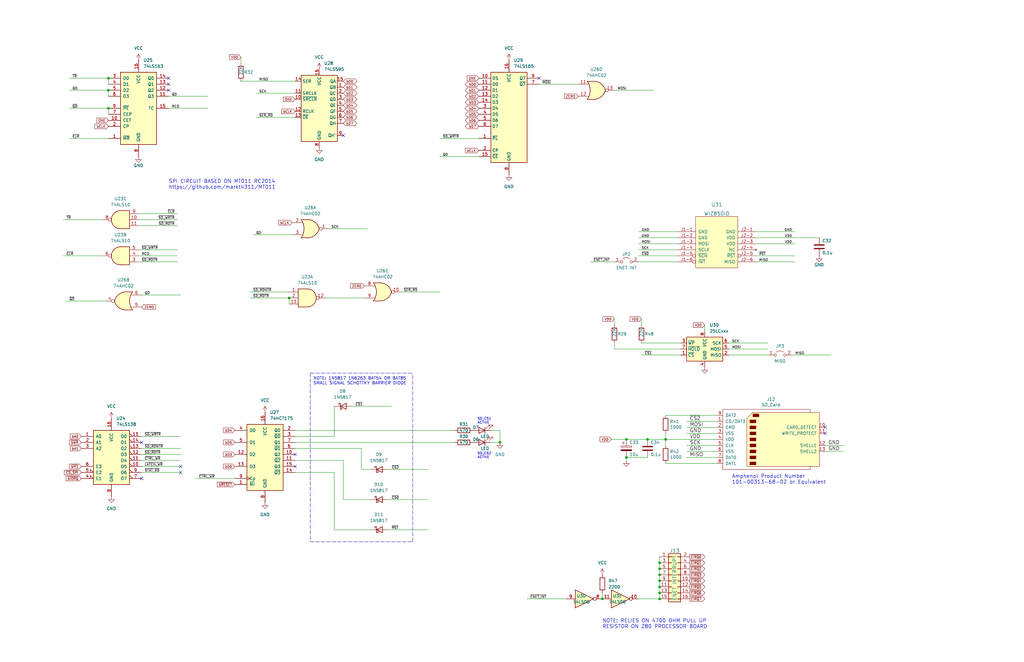
<source format=kicad_sch>
(kicad_sch (version 20211123) (generator eeschema)
  (paper "B")
  (lib_symbols
    (symbol "74xx:74HC02" (pin_names (offset 1.016))
      (property "Reference" "U" (at 0 1.27 0))
      (property "Value" "74HC02" (at 0 -1.27 0))
      (symbol "74HC02_1_1"
        (pin output inverted (at 7.62 0 180) (length 3.81) (name "~") (number "1"))
        (pin input line (at -7.62 2.54 0) (length 4.318) (name "~") (number "2"))
        (pin input line (at -7.62 -2.54 0) (length 4.318) (name "~") (number "3"))
      )
      (symbol "74HC02_1_2"
        (pin output line (at 7.62 0 180) (length 3.81) (name "~") (number "1"))
        (pin input inverted (at -7.62 2.54 0) (length 3.81) (name "~") (number "2"))
        (pin input inverted (at -7.62 -2.54 0) (length 3.81) (name "~") (number "3"))
      )
      (symbol "74HC02_2_1"
        (pin output inverted (at 7.62 0 180) (length 3.81) (name "~") (number "4"))
        (pin input line (at -7.62 2.54 0) (length 4.318) (name "~") (number "5"))
        (pin input line (at -7.62 -2.54 0) (length 4.318) (name "~") (number "6"))
      )
      (symbol "74HC02_2_2"
        (pin output line (at 7.62 0 180) (length 3.81) (name "~") (number "4"))
        (pin input inverted (at -7.62 2.54 0) (length 3.81) (name "~") (number "5"))
        (pin input inverted (at -7.62 -2.54 0) (length 3.81) (name "~") (number "6"))
      )
      (symbol "74HC02_3_1"
        (pin output inverted (at 7.62 0 180) (length 3.81) (name "~") (number "10"))
        (pin input line (at -7.62 2.54 0) (length 4.318) (name "~") (number "8"))
        (pin input line (at -7.62 -2.54 0) (length 4.318) (name "~") (number "9"))
      )
      (symbol "74HC02_3_2"
        (pin output line (at 7.62 0 180) (length 3.81) (name "~") (number "10"))
        (pin input inverted (at -7.62 2.54 0) (length 3.81) (name "~") (number "8"))
        (pin input inverted (at -7.62 -2.54 0) (length 3.81) (name "~") (number "9"))
      )
      (symbol "74HC02_4_1"
        (pin input line (at -7.62 2.54 0) (length 4.318) (name "~") (number "11"))
        (pin input line (at -7.62 -2.54 0) (length 4.318) (name "~") (number "12"))
        (pin output inverted (at 7.62 0 180) (length 3.81) (name "~") (number "13"))
      )
      (symbol "74HC02_4_2"
        (pin input inverted (at -7.62 2.54 0) (length 3.81) (name "~") (number "11"))
        (pin input inverted (at -7.62 -2.54 0) (length 3.81) (name "~") (number "12"))
        (pin output line (at 7.62 0 180) (length 3.81) (name "~") (number "13"))
      )
      (symbol "74HC02_5_0"
        (pin power_in line (at 0 12.7 270) (length 5.08) (name "VCC") (number "14"))
        (pin power_in line (at 0 -12.7 90) (length 5.08) (name "GND") (number "7"))
      )
    )
    (symbol "74xx:74LS06" (pin_names (offset 1.016))
      (property "Reference" "U" (at 0 1.27 0))
      (property "Value" "74LS06" (at 0 -1.27 0))
      (symbol "74LS06_1_0"
        (pin input line (at -7.62 0 0) (length 3.81) (name "~") (number "1"))
        (pin open_collector inverted (at 7.62 0 180) (length 3.81) (name "~") (number "2"))
      )
      (symbol "74LS06_2_0"
        (pin input line (at -7.62 0 0) (length 3.81) (name "~") (number "3"))
        (pin open_collector inverted (at 7.62 0 180) (length 3.81) (name "~") (number "4"))
      )
      (symbol "74LS06_3_0"
        (pin input line (at -7.62 0 0) (length 3.81) (name "~") (number "5"))
        (pin open_collector inverted (at 7.62 0 180) (length 3.81) (name "~") (number "6"))
      )
      (symbol "74LS06_4_0"
        (pin open_collector inverted (at 7.62 0 180) (length 3.81) (name "~") (number "8"))
        (pin input line (at -7.62 0 0) (length 3.81) (name "~") (number "9"))
      )
      (symbol "74LS06_5_0"
        (pin open_collector inverted (at 7.62 0 180) (length 3.81) (name "~") (number "10"))
        (pin input line (at -7.62 0 0) (length 3.81) (name "~") (number "11"))
      )
      (symbol "74LS06_6_0"
        (pin open_collector inverted (at 7.62 0 180) (length 3.81) (name "~") (number "12"))
        (pin input line (at -7.62 0 0) (length 3.81) (name "~") (number "13"))
      )
      (symbol "74LS06_7_0"
        (pin power_in line (at 0 12.7 270) (length 5.08) (name "VCC") (number "14"))
        (pin power_in line (at 0 -12.7 90) (length 5.08) (name "GND") (number "7"))
      )
    )
    (symbol "74xx:74LS10" (pin_names (offset 1.016))
      (property "Reference" "U" (at 0 1.27 0))
      (property "Value" "74LS10" (at 0 -1.27 0))
      (symbol "74LS10_1_1"
        (pin input line (at -7.62 2.54 0) (length 3.81) (name "~") (number "1"))
        (pin output inverted (at 7.62 0 180) (length 3.81) (name "~") (number "12"))
        (pin input line (at -7.62 -2.54 0) (length 3.81) (name "~") (number "13"))
        (pin input line (at -7.62 0 0) (length 3.81) (name "~") (number "2"))
      )
      (symbol "74LS10_1_2"
        (pin input inverted (at -7.62 2.54 0) (length 4.318) (name "~") (number "1"))
        (pin output line (at 7.62 0 180) (length 3.81) (name "~") (number "12"))
        (pin input inverted (at -7.62 -2.54 0) (length 4.318) (name "~") (number "13"))
        (pin input inverted (at -7.62 0 0) (length 4.953) (name "~") (number "2"))
      )
      (symbol "74LS10_2_1"
        (pin input line (at -7.62 2.54 0) (length 3.81) (name "~") (number "3"))
        (pin input line (at -7.62 0 0) (length 3.81) (name "~") (number "4"))
        (pin input line (at -7.62 -2.54 0) (length 3.81) (name "~") (number "5"))
        (pin output inverted (at 7.62 0 180) (length 3.81) (name "~") (number "6"))
      )
      (symbol "74LS10_2_2"
        (pin input inverted (at -7.62 2.54 0) (length 4.318) (name "~") (number "3"))
        (pin input inverted (at -7.62 0 0) (length 4.953) (name "~") (number "4"))
        (pin input inverted (at -7.62 -2.54 0) (length 4.318) (name "~") (number "5"))
        (pin output line (at 7.62 0 180) (length 3.81) (name "~") (number "6"))
      )
      (symbol "74LS10_3_1"
        (pin input line (at -7.62 0 0) (length 3.81) (name "~") (number "10"))
        (pin input line (at -7.62 -2.54 0) (length 3.81) (name "~") (number "11"))
        (pin output inverted (at 7.62 0 180) (length 3.81) (name "~") (number "8"))
        (pin input line (at -7.62 2.54 0) (length 3.81) (name "~") (number "9"))
      )
      (symbol "74LS10_3_2"
        (pin input inverted (at -7.62 0 0) (length 4.953) (name "~") (number "10"))
        (pin input inverted (at -7.62 -2.54 0) (length 4.318) (name "~") (number "11"))
        (pin output line (at 7.62 0 180) (length 3.81) (name "~") (number "8"))
        (pin input inverted (at -7.62 2.54 0) (length 4.318) (name "~") (number "9"))
      )
      (symbol "74LS10_4_0"
        (pin power_in line (at 0 12.7 270) (length 5.08) (name "VCC") (number "14"))
        (pin power_in line (at 0 -12.7 90) (length 5.08) (name "GND") (number "7"))
      )
    )
    (symbol "74xx:74LS138" (pin_names (offset 1.016))
      (property "Reference" "U" (at -7.62 11.43 0))
      (property "Value" "74LS138" (at -7.62 -13.97 0))
      (symbol "74LS138_1_0"
        (pin input line (at -12.7 7.62 0) (length 5.08) (name "A0") (number "1"))
        (pin output output_low (at 12.7 -5.08 180) (length 5.08) (name "O5") (number "10"))
        (pin output output_low (at 12.7 -2.54 180) (length 5.08) (name "O4") (number "11"))
        (pin output output_low (at 12.7 0 180) (length 5.08) (name "O3") (number "12"))
        (pin output output_low (at 12.7 2.54 180) (length 5.08) (name "O2") (number "13"))
        (pin output output_low (at 12.7 5.08 180) (length 5.08) (name "O1") (number "14"))
        (pin output output_low (at 12.7 7.62 180) (length 5.08) (name "O0") (number "15"))
        (pin power_in line (at 0 15.24 270) (length 5.08) (name "VCC") (number "16"))
        (pin input line (at -12.7 5.08 0) (length 5.08) (name "A1") (number "2"))
        (pin input line (at -12.7 2.54 0) (length 5.08) (name "A2") (number "3"))
        (pin input input_low (at -12.7 -10.16 0) (length 5.08) (name "E1") (number "4"))
        (pin input input_low (at -12.7 -7.62 0) (length 5.08) (name "E2") (number "5"))
        (pin input line (at -12.7 -5.08 0) (length 5.08) (name "E3") (number "6"))
        (pin output output_low (at 12.7 -10.16 180) (length 5.08) (name "O7") (number "7"))
        (pin power_in line (at 0 -17.78 90) (length 5.08) (name "GND") (number "8"))
        (pin output output_low (at 12.7 -7.62 180) (length 5.08) (name "O6") (number "9"))
      )
    )
    (symbol "74xx:74LS163" (pin_names (offset 1.016))
      (property "Reference" "U" (at -7.62 16.51 0))
      (property "Value" "74LS163" (at -7.62 -16.51 0))
      (symbol "74LS163_1_0"
        (pin input line (at -12.7 -12.7 0) (length 5.08) (name "~{MR}") (number "1"))
        (pin input line (at -12.7 -5.08 0) (length 5.08) (name "CET") (number "10"))
        (pin output line (at 12.7 5.08 180) (length 5.08) (name "Q3") (number "11"))
        (pin output line (at 12.7 7.62 180) (length 5.08) (name "Q2") (number "12"))
        (pin output line (at 12.7 10.16 180) (length 5.08) (name "Q1") (number "13"))
        (pin output line (at 12.7 12.7 180) (length 5.08) (name "Q0") (number "14"))
        (pin output line (at 12.7 0 180) (length 5.08) (name "TC") (number "15"))
        (pin power_in line (at 0 20.32 270) (length 5.08) (name "VCC") (number "16"))
        (pin input line (at -12.7 -7.62 0) (length 5.08) (name "CP") (number "2"))
        (pin input line (at -12.7 12.7 0) (length 5.08) (name "D0") (number "3"))
        (pin input line (at -12.7 10.16 0) (length 5.08) (name "D1") (number "4"))
        (pin input line (at -12.7 7.62 0) (length 5.08) (name "D2") (number "5"))
        (pin input line (at -12.7 5.08 0) (length 5.08) (name "D3") (number "6"))
        (pin input line (at -12.7 -2.54 0) (length 5.08) (name "CEP") (number "7"))
        (pin power_in line (at 0 -20.32 90) (length 5.08) (name "GND") (number "8"))
        (pin input line (at -12.7 0 0) (length 5.08) (name "~{PE}") (number "9"))
      )
    )
    (symbol "74xx:74LS165"
      (property "Reference" "U" (at -7.62 19.05 0))
      (property "Value" "74LS165" (at -7.62 -21.59 0))
      (symbol "74LS165_1_0"
        (pin input line (at -12.7 -10.16 0) (length 5.08) (name "~{PL}") (number "1"))
        (pin input line (at -12.7 15.24 0) (length 5.08) (name "DS") (number "10"))
        (pin input line (at -12.7 12.7 0) (length 5.08) (name "D0") (number "11"))
        (pin input line (at -12.7 10.16 0) (length 5.08) (name "D1") (number "12"))
        (pin input line (at -12.7 7.62 0) (length 5.08) (name "D2") (number "13"))
        (pin input line (at -12.7 5.08 0) (length 5.08) (name "D3") (number "14"))
        (pin input line (at -12.7 -17.78 0) (length 5.08) (name "~{CE}") (number "15"))
        (pin power_in line (at 0 22.86 270) (length 5.08) (name "VCC") (number "16"))
        (pin input line (at -12.7 -15.24 0) (length 5.08) (name "CP") (number "2"))
        (pin input line (at -12.7 2.54 0) (length 5.08) (name "D4") (number "3"))
        (pin input line (at -12.7 0 0) (length 5.08) (name "D5") (number "4"))
        (pin input line (at -12.7 -2.54 0) (length 5.08) (name "D6") (number "5"))
        (pin input line (at -12.7 -5.08 0) (length 5.08) (name "D7") (number "6"))
        (pin output line (at 12.7 12.7 180) (length 5.08) (name "~{Q7}") (number "7"))
        (pin power_in line (at 0 -25.4 90) (length 5.08) (name "GND") (number "8"))
        (pin output line (at 12.7 15.24 180) (length 5.08) (name "Q7") (number "9"))
      )
    )
    (symbol "74xx:74LS175" (pin_names (offset 1.016))
      (property "Reference" "U" (at -7.62 13.97 0))
      (property "Value" "74LS175" (at -7.62 -16.51 0))
      (symbol "74LS175_1_0"
        (pin input line (at -12.7 -12.7 0) (length 5.08) (name "~{Mr}") (number "1"))
        (pin output line (at 12.7 0 180) (length 5.08) (name "Q2") (number "10"))
        (pin output line (at 12.7 -2.54 180) (length 5.08) (name "~{Q2}") (number "11"))
        (pin input line (at -12.7 0 0) (length 5.08) (name "D2") (number "12"))
        (pin input line (at -12.7 -5.08 0) (length 5.08) (name "D3") (number "13"))
        (pin output line (at 12.7 -7.62 180) (length 5.08) (name "~{Q3}") (number "14"))
        (pin output line (at 12.7 -5.08 180) (length 5.08) (name "Q3") (number "15"))
        (pin power_in line (at 0 17.78 270) (length 5.08) (name "VCC") (number "16"))
        (pin output line (at 12.7 10.16 180) (length 5.08) (name "Q0") (number "2"))
        (pin output line (at 12.7 7.62 180) (length 5.08) (name "~{Q0}") (number "3"))
        (pin input line (at -12.7 10.16 0) (length 5.08) (name "D0") (number "4"))
        (pin input line (at -12.7 5.08 0) (length 5.08) (name "D1") (number "5"))
        (pin output line (at 12.7 2.54 180) (length 5.08) (name "~{Q1}") (number "6"))
        (pin output line (at 12.7 5.08 180) (length 5.08) (name "Q1") (number "7"))
        (pin power_in line (at 0 -20.32 90) (length 5.08) (name "GND") (number "8"))
        (pin input clock (at -12.7 -10.16 0) (length 5.08) (name "Cp") (number "9"))
      )
    )
    (symbol "74xx:74LS595"
      (property "Reference" "U" (at -7.62 13.97 0))
      (property "Value" "74LS595" (at -7.62 -16.51 0))
      (symbol "74LS595_1_0"
        (pin tri_state line (at 10.16 7.62 180) (length 2.54) (name "QB") (number "1"))
        (pin input line (at -10.16 2.54 0) (length 2.54) (name "~{SRCLR}") (number "10"))
        (pin input line (at -10.16 5.08 0) (length 2.54) (name "SRCLK") (number "11"))
        (pin input line (at -10.16 -2.54 0) (length 2.54) (name "RCLK") (number "12"))
        (pin input line (at -10.16 -5.08 0) (length 2.54) (name "~{OE}") (number "13"))
        (pin input line (at -10.16 10.16 0) (length 2.54) (name "SER") (number "14"))
        (pin tri_state line (at 10.16 10.16 180) (length 2.54) (name "QA") (number "15"))
        (pin power_in line (at 0 15.24 270) (length 2.54) (name "VCC") (number "16"))
        (pin tri_state line (at 10.16 5.08 180) (length 2.54) (name "QC") (number "2"))
        (pin tri_state line (at 10.16 2.54 180) (length 2.54) (name "QD") (number "3"))
        (pin tri_state line (at 10.16 0 180) (length 2.54) (name "QE") (number "4"))
        (pin tri_state line (at 10.16 -2.54 180) (length 2.54) (name "QF") (number "5"))
        (pin tri_state line (at 10.16 -5.08 180) (length 2.54) (name "QG") (number "6"))
        (pin tri_state line (at 10.16 -7.62 180) (length 2.54) (name "QH") (number "7"))
        (pin power_in line (at 0 -17.78 90) (length 2.54) (name "GND") (number "8"))
        (pin output line (at 10.16 -12.7 180) (length 2.54) (name "QH'") (number "9"))
      )
    )
    (symbol "Connector:SD_Card" (pin_names (offset 1.016))
      (property "Reference" "J" (at -16.51 13.97 0))
      (property "Value" "SD_Card" (at 15.24 -13.97 0))
      (symbol "SD_Card_1_1"
        (pin input line (at -22.86 7.62 0) (length 2.54) (name "CD/DAT3") (number "1"))
        (pin input line (at 22.86 5.08 180) (length 2.54) (name "CARD_DETECT") (number "10"))
        (pin input line (at 22.86 2.54 180) (length 2.54) (name "WRITE_PROTECT") (number "11"))
        (pin input line (at 22.86 -2.54 180) (length 2.54) (name "SHELL1") (number "12"))
        (pin input line (at 22.86 -5.08 180) (length 2.54) (name "SHELL2") (number "13"))
        (pin input line (at -22.86 5.08 0) (length 2.54) (name "CMD") (number "2"))
        (pin power_in line (at -22.86 2.54 0) (length 2.54) (name "VSS") (number "3"))
        (pin power_in line (at -22.86 0 0) (length 2.54) (name "VDD") (number "4"))
        (pin input line (at -22.86 -2.54 0) (length 2.54) (name "CLK") (number "5"))
        (pin power_in line (at -22.86 -5.08 0) (length 2.54) (name "VSS") (number "6"))
        (pin input line (at -22.86 -7.62 0) (length 2.54) (name "DAT0") (number "7"))
        (pin input line (at -22.86 -10.16 0) (length 2.54) (name "DAT1") (number "8"))
        (pin input line (at -22.86 10.16 0) (length 2.54) (name "DAT2") (number "9"))
      )
    )
    (symbol "Connector_Generic:Conn_02x08_Odd_Even" (pin_names (offset 1.016) hide)
      (property "Reference" "J" (at 1.27 10.16 0))
      (property "Value" "Conn_02x08_Odd_Even" (at 1.27 -12.7 0))
      (symbol "Conn_02x08_Odd_Even_1_1"
        (pin passive line (at -5.08 7.62 0) (length 3.81) (name "Pin_1") (number "1"))
        (pin passive line (at 7.62 -2.54 180) (length 3.81) (name "Pin_10") (number "10"))
        (pin passive line (at -5.08 -5.08 0) (length 3.81) (name "Pin_11") (number "11"))
        (pin passive line (at 7.62 -5.08 180) (length 3.81) (name "Pin_12") (number "12"))
        (pin passive line (at -5.08 -7.62 0) (length 3.81) (name "Pin_13") (number "13"))
        (pin passive line (at 7.62 -7.62 180) (length 3.81) (name "Pin_14") (number "14"))
        (pin passive line (at -5.08 -10.16 0) (length 3.81) (name "Pin_15") (number "15"))
        (pin passive line (at 7.62 -10.16 180) (length 3.81) (name "Pin_16") (number "16"))
        (pin passive line (at 7.62 7.62 180) (length 3.81) (name "Pin_2") (number "2"))
        (pin passive line (at -5.08 5.08 0) (length 3.81) (name "Pin_3") (number "3"))
        (pin passive line (at 7.62 5.08 180) (length 3.81) (name "Pin_4") (number "4"))
        (pin passive line (at -5.08 2.54 0) (length 3.81) (name "Pin_5") (number "5"))
        (pin passive line (at 7.62 2.54 180) (length 3.81) (name "Pin_6") (number "6"))
        (pin passive line (at -5.08 0 0) (length 3.81) (name "Pin_7") (number "7"))
        (pin passive line (at 7.62 0 180) (length 3.81) (name "Pin_8") (number "8"))
        (pin passive line (at -5.08 -2.54 0) (length 3.81) (name "Pin_9") (number "9"))
      )
    )
    (symbol "Device:C" (pin_numbers hide) (pin_names (offset 0.254))
      (property "Reference" "C" (at 0.635 2.54 0))
      (property "Value" "C" (at 0.635 -2.54 0))
      (symbol "C_1_1"
        (pin passive line (at 0 3.81 270) (length 2.794) (name "~") (number "1"))
        (pin passive line (at 0 -3.81 90) (length 2.794) (name "~") (number "2"))
      )
    )
    (symbol "Device:C_Polarized" (pin_numbers hide) (pin_names (offset 0.254))
      (property "Reference" "C" (at 0.635 2.54 0))
      (property "Value" "C_Polarized" (at 0.635 -2.54 0))
      (symbol "C_Polarized_1_1"
        (pin passive line (at 0 3.81 270) (length 2.794) (name "~") (number "1"))
        (pin passive line (at 0 -3.81 90) (length 2.794) (name "~") (number "2"))
      )
    )
    (symbol "Device:LED" (pin_numbers hide) (pin_names (offset 1.016) hide)
      (property "Reference" "D" (at 0 2.54 0))
      (property "Value" "LED" (at 0 -2.54 0))
      (symbol "LED_1_1"
        (pin passive line (at -3.81 0 0) (length 2.54) (name "K") (number "1"))
        (pin passive line (at 3.81 0 180) (length 2.54) (name "A") (number "2"))
      )
    )
    (symbol "Device:R" (pin_numbers hide) (pin_names (offset 0))
      (property "Reference" "R" (at 2.032 0 90))
      (property "Value" "R" (at 0 0 90))
      (symbol "R_1_1"
        (pin passive line (at 0 3.81 270) (length 1.27) (name "~") (number "1"))
        (pin passive line (at 0 -3.81 90) (length 1.27) (name "~") (number "2"))
      )
    )
    (symbol "Diode:1N5817" (pin_numbers hide) (pin_names (offset 1.016) hide)
      (property "Reference" "D" (at 0 2.54 0))
      (property "Value" "1N5817" (at 0 -2.54 0))
      (symbol "1N5817_1_1"
        (pin passive line (at -3.81 0 0) (length 2.54) (name "K") (number "1"))
        (pin passive line (at 3.81 0 180) (length 2.54) (name "A") (number "2"))
      )
    )
    (symbol "Jumper:Jumper_2_Open" (pin_names (offset 0) hide)
      (property "Reference" "JP" (at 0 2.794 0))
      (property "Value" "Jumper_2_Open" (at 0 -2.286 0))
      (symbol "Jumper_2_Open_1_1"
        (pin passive line (at -5.08 0 0) (length 2.54) (name "A") (number "1"))
        (pin passive line (at 5.08 0 180) (length 2.54) (name "B") (number "2"))
      )
    )
    (symbol "Memory_EEPROM:25LCxxx"
      (property "Reference" "U" (at -7.62 6.35 0))
      (property "Value" "25LCxxx" (at 2.54 -6.35 0))
      (symbol "25LCxxx_1_1"
        (pin input line (at -10.16 -2.54 0) (length 2.54) (name "~{CS}") (number "1"))
        (pin tri_state line (at 10.16 -2.54 180) (length 2.54) (name "MISO") (number "2"))
        (pin input line (at -10.16 2.54 0) (length 2.54) (name "~{WP}") (number "3"))
        (pin power_in line (at 0 -7.62 90) (length 2.54) (name "GND") (number "4"))
        (pin input line (at 10.16 0 180) (length 2.54) (name "MOSI") (number "5"))
        (pin input line (at 10.16 2.54 180) (length 2.54) (name "SCK") (number "6"))
        (pin input line (at -10.16 0 0) (length 2.54) (name "~{HOLD}") (number "7"))
        (pin power_in line (at 0 7.62 270) (length 2.54) (name "VCC") (number "8"))
      )
    )
    (symbol "WIZ850IO:WIZ850IO" (pin_names (offset 1.016))
      (property "Reference" "U" (at 0 7.62 0))
      (property "Value" "WIZ850IO" (at 0 15.24 0))
      (symbol "WIZ850IO_1_1"
        (pin power_in line (at -16.51 11.43 0) (length 7.62) (name "GND") (number "J1-1"))
        (pin power_in line (at -16.51 8.89 0) (length 7.62) (name "GND") (number "J1-2"))
        (pin input line (at -16.51 6.35 0) (length 7.62) (name "MOSI") (number "J1-3"))
        (pin input line (at -16.51 3.81 0) (length 7.62) (name "SCLK") (number "J1-4"))
        (pin input inverted (at -16.51 1.27 0) (length 7.62) (name "~{SCN}") (number "J1-5"))
        (pin output inverted (at -16.51 -1.27 0) (length 7.62) (name "~{INT}") (number "J1-6"))
        (pin power_in line (at 16.51 11.43 180) (length 7.62) (name "GND") (number "J2-1"))
        (pin power_in line (at 16.51 8.89 180) (length 7.62) (name "VDD") (number "J2-2"))
        (pin power_in line (at 16.51 6.35 180) (length 7.62) (name "VDD") (number "J2-3"))
        (pin no_connect line (at 16.51 3.81 180) (length 7.62) (name "NC") (number "J2-4"))
        (pin input inverted (at 16.51 1.27 180) (length 7.62) (name "~{RST}") (number "J2-5"))
        (pin output line (at 16.51 -1.27 180) (length 7.62) (name "MISO") (number "J2-6"))
      )
    )
    (symbol "power:GND" (power) (pin_names (offset 0))
      (property "Value" "GND" (at 0 -3.81 0))
      (symbol "GND_1_1"
        (pin power_in line (at 0 0 270) (length 0) hide (name "GND") (number "1"))
      )
    )
    (symbol "power:VCC" (power) (pin_names (offset 0))
      (property "Value" "VCC" (at 0 3.81 0))
      (symbol "VCC_1_1"
        (pin power_in line (at 0 0 90) (length 0) hide (name "VCC") (number "1"))
      )
    )
  )
  (junction (at 278.13 252.73))
  (junction (at 45.72 38.1))
  (junction (at 278.13 250.19))
  (junction (at 278.13 247.65))
  (junction (at 278.13 237.49))
  (junction (at 278.13 242.57))
  (junction (at 273.05 185.42))
  (junction (at 45.72 33.02))
  (junction (at 121.92 125.73))
  (junction (at 45.72 45.72))
  (junction (at 278.13 245.11))
  (junction (at 280.67 185.42))
  (junction (at 264.16 185.42))
  (junction (at 264.16 193.04))
  (junction (at 254 252.73))
  (junction (at 210.82 186.69))
  (junction (at 278.13 240.03))
  (no_connect (at 144.78 57.15))
  (no_connect (at 59.69 186.69))
  (no_connect (at 76.2 199.39))
  (no_connect (at 71.12 38.1))
  (no_connect (at 227.33 33.02))
  (no_connect (at 71.12 33.02))
  (no_connect (at 347.98 182.88))
  (no_connect (at 124.46 191.77))
  (no_connect (at 347.98 180.34))
  (no_connect (at 59.69 201.93))
  (no_connect (at 71.12 35.56))
  (no_connect (at 124.46 196.85))
  (no_connect (at 76.2 196.85))
  (wire (pts (xy 302.26 187.96) (xy 289.56 187.96)))
  (wire (pts (xy 280.67 175.26) (xy 302.26 175.26)))
  (wire (pts (xy 59.69 199.39) (xy 76.2 199.39)))
  (wire (pts (xy 302.26 190.5) (xy 289.56 190.5)))
  (wire (pts (xy 58.42 107.95) (xy 74.93 107.95)))
  (wire (pts (xy 269.24 107.95) (xy 285.75 107.95)))
  (wire (pts (xy 124.46 199.39) (xy 140.97 199.39)))
  (wire (pts (xy 335.28 102.87) (xy 318.77 102.87)))
  (wire (pts (xy 71.12 45.72) (xy 87.63 45.72)))
  (wire (pts (xy 71.12 40.64) (xy 87.63 40.64)))
  (wire (pts (xy 144.78 210.82) (xy 156.21 210.82)))
  (wire (pts (xy 254 250.19) (xy 254 252.73)))
  (wire (pts (xy 58.42 105.41) (xy 74.93 105.41)))
  (wire (pts (xy 101.6 24.13) (xy 101.6 26.67)))
  (wire (pts (xy 259.08 147.32) (xy 287.02 147.32)))
  (wire (pts (xy 152.4 189.23) (xy 152.4 198.12)))
  (wire (pts (xy 273.05 185.42) (xy 280.67 185.42)))
  (wire (pts (xy 302.26 182.88) (xy 289.56 182.88)))
  (wire (pts (xy 138.43 96.52) (xy 154.94 96.52)))
  (wire (pts (xy 307.34 144.78) (xy 323.85 144.78)))
  (wire (pts (xy 335.28 97.79) (xy 318.77 97.79)))
  (wire (pts (xy 140.97 223.52) (xy 156.21 223.52)))
  (wire (pts (xy 302.26 180.34) (xy 289.56 180.34)))
  (polyline (pts (xy 130.81 157.48) (xy 130.81 228.6)))
  (wire (pts (xy 59.69 184.15) (xy 76.2 184.15)))
  (wire (pts (xy 43.18 92.71) (xy 26.67 92.71)))
  (wire (pts (xy 207.01 186.69) (xy 210.82 186.69)))
  (wire (pts (xy 163.83 210.82) (xy 180.34 210.82)))
  (wire (pts (xy 318.77 110.49) (xy 335.28 110.49)))
  (wire (pts (xy 280.67 185.42) (xy 280.67 187.96)))
  (wire (pts (xy 280.67 195.58) (xy 302.26 195.58)))
  (wire (pts (xy 124.46 181.61) (xy 191.77 181.61)))
  (wire (pts (xy 59.69 124.46) (xy 76.2 124.46)))
  (wire (pts (xy 59.69 189.23) (xy 76.2 189.23)))
  (wire (pts (xy 270.51 134.62) (xy 270.51 137.16)))
  (polyline (pts (xy 130.81 157.48) (xy 173.99 157.48)))
  (wire (pts (xy 257.81 185.42) (xy 264.16 185.42)))
  (wire (pts (xy 26.67 107.95) (xy 43.18 107.95)))
  (wire (pts (xy 259.08 38.1) (xy 275.59 38.1)))
  (wire (pts (xy 124.46 186.69) (xy 191.77 186.69)))
  (wire (pts (xy 137.16 125.73) (xy 153.67 125.73)))
  (wire (pts (xy 105.41 123.19) (xy 121.92 123.19)))
  (wire (pts (xy 318.77 100.33) (xy 345.44 100.33)))
  (wire (pts (xy 297.18 137.16) (xy 297.18 139.7)))
  (wire (pts (xy 74.93 92.71) (xy 58.42 92.71)))
  (wire (pts (xy 355.6 190.5) (xy 347.98 190.5)))
  (wire (pts (xy 59.69 194.31) (xy 76.2 194.31)))
  (wire (pts (xy 278.13 242.57) (xy 278.13 240.03)))
  (wire (pts (xy 269.24 100.33) (xy 285.75 100.33)))
  (wire (pts (xy 45.72 33.02) (xy 45.72 35.56)))
  (wire (pts (xy 168.91 123.19) (xy 185.42 123.19)))
  (wire (pts (xy 185.42 66.04) (xy 201.93 66.04)))
  (wire (pts (xy 355.6 187.96) (xy 347.98 187.96)))
  (wire (pts (xy 259.08 144.78) (xy 259.08 147.32)))
  (wire (pts (xy 124.46 184.15) (xy 140.97 184.15)))
  (wire (pts (xy 280.67 185.42) (xy 280.67 182.88)))
  (wire (pts (xy 163.83 198.12) (xy 180.34 198.12)))
  (wire (pts (xy 59.69 191.77) (xy 76.2 191.77)))
  (wire (pts (xy 334.01 149.86) (xy 350.52 149.86)))
  (wire (pts (xy 278.13 252.73) (xy 278.13 250.19)))
  (wire (pts (xy 269.24 105.41) (xy 285.75 105.41)))
  (wire (pts (xy 318.77 107.95) (xy 335.28 107.95)))
  (wire (pts (xy 307.34 149.86) (xy 323.85 149.86)))
  (wire (pts (xy 29.21 45.72) (xy 45.72 45.72)))
  (wire (pts (xy 278.13 237.49) (xy 278.13 234.95)))
  (wire (pts (xy 278.13 245.11) (xy 278.13 242.57)))
  (wire (pts (xy 148.59 171.45) (xy 165.1 171.45)))
  (wire (pts (xy 269.24 97.79) (xy 285.75 97.79)))
  (wire (pts (xy 302.26 193.04) (xy 289.56 193.04)))
  (wire (pts (xy 29.21 33.02) (xy 45.72 33.02)))
  (wire (pts (xy 27.94 127) (xy 44.45 127)))
  (wire (pts (xy 269.24 102.87) (xy 285.75 102.87)))
  (wire (pts (xy 264.16 185.42) (xy 273.05 185.42)))
  (wire (pts (xy 74.93 95.25) (xy 58.42 95.25)))
  (wire (pts (xy 45.72 45.72) (xy 45.72 48.26)))
  (wire (pts (xy 121.92 125.73) (xy 121.92 128.27)))
  (wire (pts (xy 307.34 147.32) (xy 323.85 147.32)))
  (wire (pts (xy 302.26 177.8) (xy 289.56 177.8)))
  (wire (pts (xy 59.69 196.85) (xy 76.2 196.85)))
  (wire (pts (xy 124.46 189.23) (xy 152.4 189.23)))
  (wire (pts (xy 45.72 38.1) (xy 45.72 40.64)))
  (wire (pts (xy 58.42 110.49) (xy 74.93 110.49)))
  (wire (pts (xy 101.6 34.29) (xy 124.46 34.29)))
  (polyline (pts (xy 173.99 228.6) (xy 173.99 157.48)))
  (wire (pts (xy 163.83 223.52) (xy 180.34 223.52)))
  (wire (pts (xy 144.78 194.31) (xy 144.78 210.82)))
  (wire (pts (xy 270.51 149.86) (xy 287.02 149.86)))
  (wire (pts (xy 107.95 39.37) (xy 124.46 39.37)))
  (wire (pts (xy 259.08 134.62) (xy 259.08 137.16)))
  (wire (pts (xy 152.4 198.12) (xy 156.21 198.12)))
  (wire (pts (xy 185.42 58.42) (xy 201.93 58.42)))
  (wire (pts (xy 269.24 110.49) (xy 285.75 110.49)))
  (wire (pts (xy 82.55 201.93) (xy 99.06 201.93)))
  (wire (pts (xy 270.51 144.78) (xy 287.02 144.78)))
  (wire (pts (xy 278.13 247.65) (xy 278.13 245.11)))
  (wire (pts (xy 107.95 49.53) (xy 124.46 49.53)))
  (wire (pts (xy 269.24 252.73) (xy 278.13 252.73)))
  (wire (pts (xy 210.82 181.61) (xy 210.82 186.69)))
  (wire (pts (xy 74.93 90.17) (xy 58.42 90.17)))
  (wire (pts (xy 140.97 171.45) (xy 140.97 184.15)))
  (wire (pts (xy 278.13 240.03) (xy 278.13 237.49)))
  (wire (pts (xy 207.01 181.61) (xy 210.82 181.61)))
  (wire (pts (xy 29.21 58.42) (xy 45.72 58.42)))
  (wire (pts (xy 264.16 193.04) (xy 273.05 193.04)))
  (wire (pts (xy 140.97 199.39) (xy 140.97 223.52)))
  (wire (pts (xy 248.92 110.49) (xy 259.08 110.49)))
  (polyline (pts (xy 130.81 228.6) (xy 173.99 228.6)))
  (wire (pts (xy 227.33 35.56) (xy 243.84 35.56)))
  (wire (pts (xy 29.21 38.1) (xy 45.72 38.1)))
  (wire (pts (xy 278.13 250.19) (xy 278.13 247.65)))
  (wire (pts (xy 124.46 194.31) (xy 144.78 194.31)))
  (wire (pts (xy 222.25 252.73) (xy 238.76 252.73)))
  (wire (pts (xy 264.16 194.31) (xy 264.16 193.04)))
  (wire (pts (xy 105.41 125.73) (xy 121.92 125.73)))
  (wire (pts (xy 106.68 99.06) (xy 123.19 99.06)))
  (wire (pts (xy 302.26 185.42) (xy 280.67 185.42)))
  (text "SD_CS1\nACTIVE" (at 201.295 179.07 0) (effects (font (size 1.016 1.016)) (justify left bottom)))
  (text "Amphenol Product Number \n101-00313-68-02 or Equivalent" (at 308.61 204.47 0) (effects (font (size 1.524 1.524)) (justify left bottom)))
  (text "NOTE: RELIES ON 4700 OHM PULL UP\nRESISTOR ON Z80 PROCESSOR BOARD" (at 254 265.43 0) (effects (font (size 1.524 1.524)) (justify left bottom)))
  (text "SD_CS2\nACTIVE" (at 201.295 193.675 0) (effects (font (size 1.016 1.016)) (justify left bottom)))
  (text "NOTE: 1N5817 1N6263 BAT54 OR BAT85\nSMALL SIGNAL SCHOTTKY BARRIER DIODE" (at 132.08 162.56 0) (effects (font (size 1.27 1.27)) (justify left bottom)))
  (text "SPI CIRCUIT BASED ON MT011 RC2014\nhttps://github.com/markt4311/MT011" (at 71.12 80.01 0) (effects (font (size 1.524 1.524)) (justify left bottom)))
  (label "~{STAT_RD}" (at 60.96 199.39 0) (effects (font (size 1.016 1.016))))
  (label "SCK" (at 290.83 187.96 0) (effects (font (size 1.524 1.524))))
  (label "~{QD}" (at 29.21 127 0) (effects (font (size 1.016 1.016))))
  (label "RCO" (at 59.69 107.95 0) (effects (font (size 1.016 1.016))))
  (label "MISO" (at 109.22 34.29 0) (effects (font (size 1.016 1.016))))
  (label "~{SD_RDNTR}" (at 60.96 189.23 0) (effects (font (size 1.016 1.016))))
  (label "VDD" (at 334.01 102.87 180) (effects (font (size 1.016 1.016))))
  (label "~{RST}" (at 165.1 223.52 0) (effects (font (size 1.016 1.016))))
  (label "GND" (at 349.25 190.5 0) (effects (font (size 1.524 1.524))))
  (label "MOSI" (at 260.35 38.1 0) (effects (font (size 1.016 1.016))))
  (label "SCK" (at 139.7 96.52 0) (effects (font (size 1.016 1.016))))
  (label "SCK" (at 109.22 39.37 0) (effects (font (size 1.016 1.016))))
  (label "GND" (at 334.01 97.79 180) (effects (font (size 1.016 1.016))))
  (label "~{CS1}" (at 271.78 149.86 0) (effects (font (size 1.016 1.016))))
  (label "~{CS0}" (at 165.1 210.82 0) (effects (font (size 1.016 1.016))))
  (label "MOSI" (at 308.61 147.32 0) (effects (font (size 1.016 1.016))))
  (label "~{SD_WRTR}" (at 73.66 92.71 180) (effects (font (size 1.016 1.016))))
  (label "~{CS2}" (at 165.1 198.12 0) (effects (font (size 1.016 1.016))))
  (label "~{ENET_INT}" (at 250.19 110.49 0) (effects (font (size 1.016 1.016))))
  (label "QD" (at 186.69 66.04 0) (effects (font (size 1.016 1.016))))
  (label "~{MOSI}" (at 228.6 35.56 0) (effects (font (size 1.016 1.016))))
  (label "SCK" (at 270.51 105.41 0) (effects (font (size 1.016 1.016))))
  (label "GND" (at 270.51 97.79 0) (effects (font (size 1.016 1.016))))
  (label "QD" (at 72.39 40.64 0) (effects (font (size 1.016 1.016))))
  (label "~{SD_WRTR}" (at 59.69 105.41 0) (effects (font (size 1.016 1.016))))
  (label "~{SD_RDTR}" (at 60.96 191.77 0) (effects (font (size 1.016 1.016))))
  (label "~{SD_WRTR}" (at 186.69 58.42 0) (effects (font (size 1.016 1.016))))
  (label "GND" (at 290.83 190.5 0) (effects (font (size 1.524 1.524))))
  (label "~{TR}" (at 30.48 33.02 0) (effects (font (size 1.016 1.016))))
  (label "QD" (at 30.48 38.1 0) (effects (font (size 1.016 1.016))))
  (label "~{CLR}" (at 73.66 90.17 180) (effects (font (size 1.016 1.016))))
  (label "~{ENET_INT}" (at 223.52 252.73 0) (effects (font (size 1.016 1.016))))
  (label "~{SD_RDTR}" (at 59.69 110.49 0) (effects (font (size 1.016 1.016))))
  (label "MOSI" (at 290.83 180.34 0) (effects (font (size 1.524 1.524))))
  (label "MISO" (at 320.04 110.49 0) (effects (font (size 1.016 1.016))))
  (label "QD" (at 60.96 124.46 0) (effects (font (size 1.016 1.016))))
  (label "SCK" (at 308.61 144.78 0) (effects (font (size 1.016 1.016))))
  (label "~{CS0}" (at 270.51 107.95 0) (effects (font (size 1.016 1.016))))
  (label "~{RST}" (at 320.04 107.95 0) (effects (font (size 1.016 1.016))))
  (label "~{SD_RDTR}" (at 106.68 125.73 0) (effects (font (size 1.016 1.016))))
  (label "VDD" (at 290.83 185.42 0) (effects (font (size 1.524 1.524))))
  (label "GND" (at 290.83 182.88 0) (effects (font (size 1.524 1.524))))
  (label "~{SER_RD}" (at 170.18 123.19 0) (effects (font (size 1.016 1.016))))
  (label "~{SER_RD}" (at 109.22 49.53 0) (effects (font (size 1.016 1.016))))
  (label "~{CLR}" (at 30.48 58.42 0) (effects (font (size 1.016 1.016))))
  (label "~{SD_WRTR}" (at 60.96 184.15 0) (effects (font (size 1.016 1.016))))
  (label "VDD" (at 334.01 100.33 180) (effects (font (size 1.016 1.016))))
  (label "~{LATCH_WR}" (at 60.96 196.85 0) (effects (font (size 1.016 1.016))))
  (label "~{CLR}" (at 27.94 107.95 0) (effects (font (size 1.016 1.016))))
  (label "~{CTRL_WR}" (at 60.96 194.31 0) (effects (font (size 1.016 1.016))))
  (label "RCO" (at 72.39 45.72 0) (effects (font (size 1.016 1.016))))
  (label "~{SD_RDNTR}" (at 106.68 123.19 0) (effects (font (size 1.016 1.016))))
  (label "MOSI" (at 270.51 102.87 0) (effects (font (size 1.016 1.016))))
  (label "~{QD}" (at 30.48 45.72 0) (effects (font (size 1.016 1.016))))
  (label "~{TR}" (at 27.94 92.71 0) (effects (font (size 1.016 1.016))))
  (label "GND" (at 349.25 187.96 0) (effects (font (size 1.524 1.524))))
  (label "~{CS1}" (at 149.86 171.45 0) (effects (font (size 1.016 1.016))))
  (label "QD" (at 107.95 99.06 0) (effects (font (size 1.016 1.016))))
  (label "GND" (at 270.51 100.33 0) (effects (font (size 1.016 1.016))))
  (label "~{CTRL_WR}" (at 83.82 201.93 0) (effects (font (size 1.016 1.016))))
  (label "~{SD_RDTR}" (at 73.66 95.25 180) (effects (font (size 1.016 1.016))))
  (label "MISO" (at 335.28 149.86 0) (effects (font (size 1.016 1.016))))
  (label "~{CS2}" (at 290.83 177.8 0) (effects (font (size 1.524 1.524))))
  (label "MISO" (at 290.83 193.04 0) (effects (font (size 1.524 1.524))))
  (global_label "~{CS_SPI}" (shape input) (at 34.29 199.39 180) (effects (font (size 1.016 1.016))) (property "Intersheet References" "${INTERSHEET_REFS}" (effects hide)))
  (global_label "~{EIRQ1}" (shape output) (at 290.83 237.49 0) (effects (font (size 1.016 1.016))) (property "Intersheet References" "${INTERSHEET_REFS}" (effects hide)))
  (global_label "bD5" (shape bidirectional) (at 144.78 46.99 0) (effects (font (size 1.016 1.016))) (property "Intersheet References" "${INTERSHEET_REFS}" (effects hide)))
  (global_label "~{EIRQ3}" (shape output) (at 290.83 242.57 0) (effects (font (size 1.016 1.016))) (property "Intersheet References" "${INTERSHEET_REFS}" (effects hide)))
  (global_label "VDD" (shape input) (at 297.18 137.16 180) (effects (font (size 1.016 1.016))) (property "Intersheet References" "${INTERSHEET_REFS}" (effects hide)))
  (global_label "~{EIRQ5}" (shape output) (at 290.83 247.65 0) (effects (font (size 1.016 1.016))) (property "Intersheet References" "${INTERSHEET_REFS}" (effects hide)))
  (global_label "~{bIORQ}" (shape input) (at 34.29 201.93 180) (effects (font (size 1.016 1.016))) (property "Intersheet References" "${INTERSHEET_REFS}" (effects hide)))
  (global_label "ONE" (shape input) (at 124.46 41.91 180) (effects (font (size 1.016 1.016))) (property "Intersheet References" "${INTERSHEET_REFS}" (effects hide)))
  (global_label "bD4" (shape bidirectional) (at 144.78 44.45 0) (effects (font (size 1.016 1.016))) (property "Intersheet References" "${INTERSHEET_REFS}" (effects hide)))
  (global_label "bD3" (shape bidirectional) (at 144.78 41.91 0) (effects (font (size 1.016 1.016))) (property "Intersheet References" "${INTERSHEET_REFS}" (effects hide)))
  (global_label "bD0" (shape bidirectional) (at 201.93 35.56 180) (effects (font (size 1.016 1.016))) (property "Intersheet References" "${INTERSHEET_REFS}" (effects hide)))
  (global_label "VDD" (shape input) (at 101.6 24.13 180) (effects (font (size 1.016 1.016))) (property "Intersheet References" "${INTERSHEET_REFS}" (effects hide)))
  (global_label "bD6" (shape bidirectional) (at 144.78 49.53 0) (effects (font (size 1.016 1.016))) (property "Intersheet References" "${INTERSHEET_REFS}" (effects hide)))
  (global_label "bD5" (shape input) (at 99.06 186.69 180) (effects (font (size 1.016 1.016))) (property "Intersheet References" "${INTERSHEET_REFS}" (effects hide)))
  (global_label "~{EIRQ4}" (shape output) (at 290.83 245.11 0) (effects (font (size 1.016 1.016))) (property "Intersheet References" "${INTERSHEET_REFS}" (effects hide)))
  (global_label "~{bM1}" (shape input) (at 34.29 196.85 180) (effects (font (size 1.016 1.016))) (property "Intersheet References" "${INTERSHEET_REFS}" (effects hide)))
  (global_label "~{EIRQ7}" (shape output) (at 290.83 252.73 0) (effects (font (size 1.016 1.016))) (property "Intersheet References" "${INTERSHEET_REFS}" (effects hide)))
  (global_label "bD2" (shape bidirectional) (at 144.78 39.37 0) (effects (font (size 1.016 1.016))) (property "Intersheet References" "${INTERSHEET_REFS}" (effects hide)))
  (global_label "~{EIRQ0}" (shape output) (at 290.83 234.95 0) (effects (font (size 1.016 1.016))) (property "Intersheet References" "${INTERSHEET_REFS}" (effects hide)))
  (global_label "bD2" (shape bidirectional) (at 201.93 40.64 180) (effects (font (size 1.016 1.016))) (property "Intersheet References" "${INTERSHEET_REFS}" (effects hide)))
  (global_label "~{bRESET}" (shape input) (at 99.06 204.47 180) (effects (font (size 1.016 1.016))) (property "Intersheet References" "${INTERSHEET_REFS}" (effects hide)))
  (global_label "~{EIRQ6}" (shape output) (at 290.83 250.19 0) (effects (font (size 1.016 1.016))) (property "Intersheet References" "${INTERSHEET_REFS}" (effects hide)))
  (global_label "VDD" (shape input) (at 270.51 134.62 180) (effects (font (size 1.016 1.016))) (property "Intersheet References" "${INTERSHEET_REFS}" (effects hide)))
  (global_label "~{bWR}" (shape input) (at 34.29 186.69 180) (effects (font (size 1.016 1.016))) (property "Intersheet References" "${INTERSHEET_REFS}" (effects hide)))
  (global_label "ZERO" (shape input) (at 59.69 129.54 0) (effects (font (size 1.016 1.016))) (property "Intersheet References" "${INTERSHEET_REFS}" (effects hide)))
  (global_label "bCLK" (shape input) (at 123.19 93.98 180) (effects (font (size 1.016 1.016))) (property "Intersheet References" "${INTERSHEET_REFS}" (effects hide)))
  (global_label "bD7" (shape bidirectional) (at 201.93 53.34 180) (effects (font (size 1.016 1.016))) (property "Intersheet References" "${INTERSHEET_REFS}" (effects hide)))
  (global_label "ONE" (shape input) (at 45.72 50.8 180) (effects (font (size 1.016 1.016))) (property "Intersheet References" "${INTERSHEET_REFS}" (effects hide)))
  (global_label "bD3" (shape bidirectional) (at 201.93 43.18 180) (effects (font (size 1.016 1.016))) (property "Intersheet References" "${INTERSHEET_REFS}" (effects hide)))
  (global_label "ZERO" (shape input) (at 243.84 40.64 180) (effects (font (size 1.016 1.016))) (property "Intersheet References" "${INTERSHEET_REFS}" (effects hide)))
  (global_label "ONE" (shape input) (at 201.93 33.02 180) (effects (font (size 1.016 1.016))) (property "Intersheet References" "${INTERSHEET_REFS}" (effects hide)))
  (global_label "bCLK" (shape input) (at 124.46 46.99 180) (effects (font (size 1.016 1.016))) (property "Intersheet References" "${INTERSHEET_REFS}" (effects hide)))
  (global_label "bD4" (shape bidirectional) (at 201.93 45.72 180) (effects (font (size 1.016 1.016))) (property "Intersheet References" "${INTERSHEET_REFS}" (effects hide)))
  (global_label "bD3" (shape input) (at 99.06 191.77 180) (effects (font (size 1.016 1.016))) (property "Intersheet References" "${INTERSHEET_REFS}" (effects hide)))
  (global_label "ZERO" (shape input) (at 153.67 120.65 180) (effects (font (size 1.016 1.016))) (property "Intersheet References" "${INTERSHEET_REFS}" (effects hide)))
  (global_label "bD6" (shape bidirectional) (at 201.93 50.8 180) (effects (font (size 1.016 1.016))) (property "Intersheet References" "${INTERSHEET_REFS}" (effects hide)))
  (global_label "~{EIRQ2}" (shape output) (at 290.83 240.03 0) (effects (font (size 1.016 1.016))) (property "Intersheet References" "${INTERSHEET_REFS}" (effects hide)))
  (global_label "bD0" (shape bidirectional) (at 144.78 34.29 0) (effects (font (size 1.016 1.016))) (property "Intersheet References" "${INTERSHEET_REFS}" (effects hide)))
  (global_label "bD5" (shape bidirectional) (at 201.93 48.26 180) (effects (font (size 1.016 1.016))) (property "Intersheet References" "${INTERSHEET_REFS}" (effects hide)))
  (global_label "bCLK" (shape input) (at 201.93 63.5 180) (effects (font (size 1.016 1.016))) (property "Intersheet References" "${INTERSHEET_REFS}" (effects hide)))
  (global_label "bD7" (shape bidirectional) (at 144.78 52.07 0) (effects (font (size 1.016 1.016))) (property "Intersheet References" "${INTERSHEET_REFS}" (effects hide)))
  (global_label "VDD" (shape input) (at 257.81 185.42 180) (effects (font (size 1.016 1.016))) (property "Intersheet References" "${INTERSHEET_REFS}" (effects hide)))
  (global_label "VDD" (shape input) (at 259.08 134.62 180) (effects (font (size 1.016 1.016))) (property "Intersheet References" "${INTERSHEET_REFS}" (effects hide)))
  (global_label "bA1" (shape input) (at 34.29 189.23 180) (effects (font (size 1.016 1.016))) (property "Intersheet References" "${INTERSHEET_REFS}" (effects hide)))
  (global_label "bD0" (shape input) (at 99.06 196.85 180) (effects (font (size 1.016 1.016))) (property "Intersheet References" "${INTERSHEET_REFS}" (effects hide)))
  (global_label "bD1" (shape bidirectional) (at 144.78 36.83 0) (effects (font (size 1.016 1.016))) (property "Intersheet References" "${INTERSHEET_REFS}" (effects hide)))
  (global_label "bA0" (shape input) (at 34.29 184.15 180) (effects (font (size 1.016 1.016))) (property "Intersheet References" "${INTERSHEET_REFS}" (effects hide)))
  (global_label "bD4" (shape input) (at 99.06 181.61 180) (effects (font (size 1.016 1.016))) (property "Intersheet References" "${INTERSHEET_REFS}" (effects hide)))
  (global_label "bCLK" (shape input) (at 45.72 53.34 180) (effects (font (size 1.016 1.016))) (property "Intersheet References" "${INTERSHEET_REFS}" (effects hide)))
  (global_label "bD1" (shape bidirectional) (at 201.93 38.1 180) (effects (font (size 1.016 1.016))) (property "Intersheet References" "${INTERSHEET_REFS}" (effects hide)))
  (symbol (lib_id "74xx:74LS163") (at 58.42 45.72 0) (unit 1)
    (property "Reference" "U25" (at 60.4394 25.4 0) (effects (justify left)))
    (property "Value" "74LS163" (at 60.4394 27.94 0) (effects (justify left)))
    (property "Footprint" "Package_DIP:DIP-16_W7.62mm" (effects hide))
    (property "Datasheet" "http://www.ti.com/lit/gpn/sn74LS163" (effects hide))
  )
  (symbol (lib_id "power:GND") (at 264.16 194.31 0) (unit 1)
    (property "Reference" "#PWR081" (effects hide))
    (property "Value" "GND" (effects hide))
  )
  (symbol (lib_id "power:GND") (at 210.82 186.69 0) (unit 1)
    (property "Reference" "#PWR068" (effects hide))
    (property "Value" "GND" (at 210.82 191.77 0))
  )
  (symbol (lib_id "Device:R") (at 254 246.38 0) (unit 1)
    (property "Reference" "R47" (at 256.54 245.1099 0) (effects (justify left)))
    (property "Value" "2200" (at 256.54 247.6499 0) (effects (justify left)))
    (property "Footprint" "Resistor_THT:R_Axial_DIN0207_L6.3mm_D2.5mm_P7.62mm_Horizontal" (effects hide))
  )
  (symbol (lib_id "Device:LED") (at 203.2 181.61 180) (unit 1)
    (property "Reference" "D7" (at 200.66 180.34 0))
    (property "Value" "LED" (at 204.47 184.15 0))
    (property "Footprint" "LED_THT:LED_D3.0mm" (effects hide))
  )
  (symbol (lib_id "Device:R") (at 195.58 181.61 90) (unit 1)
    (property "Reference" "R31" (at 195.58 179.07 90))
    (property "Value" "470" (at 195.58 181.61 90))
    (property "Footprint" "Resistor_THT:R_Axial_DIN0207_L6.3mm_D2.5mm_P7.62mm_Horizontal" (effects hide))
  )
  (symbol (lib_id "74xx:74LS10") (at 50.8 92.71 0) (mirror y) (unit 3)
    (property "Reference" "U23" (at 50.8 83.82 0))
    (property "Value" "74ALS10" (at 50.8 86.36 0))
    (property "Footprint" "Package_DIP:DIP-14_W7.62mm" (effects hide))
    (property "Datasheet" "http://www.ti.com/lit/gpn/sn74LS10" (effects hide))
  )
  (symbol (lib_id "Device:C_Polarized") (at 264.16 189.23 0) (unit 1)
    (property "Reference" "C33" (at 265.43 186.69 0) (effects (justify left)))
    (property "Value" "10u" (at 265.43 191.77 0) (effects (justify left)))
    (property "Footprint" "Capacitor_THT:CP_Radial_D5.0mm_P2.50mm" (effects hide))
  )
  (symbol (lib_id "power:GND") (at 134.62 62.23 0) (unit 1)
    (property "Reference" "#PWR070" (effects hide))
    (property "Value" "GND" (at 134.62 67.31 0))
  )
  (symbol (lib_id "WIZ850IO:WIZ850IO") (at 302.26 109.22 0) (unit 1)
    (property "Reference" "U31" (at 302.26 86.36 0) (effects (font (size 1.524 1.524))))
    (property "Value" "WIZ850IO" (at 302.26 90.17 0) (effects (font (size 1.524 1.524))))
    (property "Footprint" "WIZ850IO:WIZ850IO" (effects hide))
  )
  (symbol (lib_id "74xx:74LS138") (at 46.99 191.77 0) (unit 1)
    (property "Reference" "U24" (at 49.0094 176.53 0) (effects (justify left)))
    (property "Value" "74LS138" (at 49.0094 179.07 0) (effects (justify left)))
    (property "Footprint" "Package_DIP:DIP-16_W7.62mm" (effects hide))
    (property "Datasheet" "http://www.ti.com/lit/gpn/sn74LS138" (effects hide))
  )
  (symbol (lib_id "74xx:74LS175") (at 111.76 191.77 0) (unit 1)
    (property "Reference" "U27" (at 113.7794 173.99 0) (effects (justify left)))
    (property "Value" "74HCT175" (at 113.7794 176.53 0) (effects (justify left)))
    (property "Footprint" "Package_DIP:DIP-16_W7.62mm" (effects hide))
    (property "Datasheet" "http://www.ti.com/lit/gpn/sn74LS175" (effects hide))
  )
  (symbol (lib_id "Device:C") (at 345.44 104.14 0) (unit 1)
    (property "Reference" "C32" (at 346.71 101.6 0) (effects (justify left)))
    (property "Value" "0.1u" (at 346.71 106.68 0) (effects (justify left)))
    (property "Footprint" "Capacitor_THT:C_Disc_D5.0mm_W2.5mm_P5.00mm" (effects hide))
  )
  (symbol (lib_id "power:GND") (at 111.76 212.09 0) (unit 1)
    (property "Reference" "#PWR067" (effects hide))
    (property "Value" "GND" (at 111.76 217.17 0))
  )
  (symbol (lib_id "power:VCC") (at 58.42 25.4 0) (unit 1)
    (property "Reference" "#PWR064" (effects hide))
    (property "Value" "VCC" (at 58.42 20.32 0))
  )
  (symbol (lib_id "74xx:74LS165") (at 214.63 48.26 0) (unit 1)
    (property "Reference" "U29" (at 216.6494 25.4 0) (effects (justify left)))
    (property "Value" "74LS165" (at 216.6494 27.94 0) (effects (justify left)))
    (property "Footprint" "Package_DIP:DIP-16_W7.62mm" (effects hide))
    (property "Datasheet" "https://www.ti.com/lit/ds/symlink/sn74ls165a.pdf" (effects hide))
  )
  (symbol (lib_id "Jumper:Jumper_2_Open") (at 264.16 110.49 0) (unit 1)
    (property "Reference" "JP2" (at 264.16 107.315 0))
    (property "Value" "ENET INT" (at 264.16 113.03 0))
    (property "Footprint" "Connector_PinHeader_2.54mm:PinHeader_1x02_P2.54mm_Vertical" (effects hide))
  )
  (symbol (lib_id "Device:R") (at 280.67 179.07 0) (unit 1)
    (property "Reference" "R41" (at 282.448 177.9016 0) (effects (justify left)))
    (property "Value" "1000" (at 282.448 180.213 0) (effects (justify left)))
    (property "Footprint" "Resistor_THT:R_Axial_DIN0207_L6.3mm_D2.5mm_P7.62mm_Horizontal" (effects hide))
  )
  (symbol (lib_id "power:GND") (at 58.42 66.04 0) (unit 1)
    (property "Reference" "#PWR065" (effects hide))
    (property "Value" "GND" (at 58.42 69.85 0))
  )
  (symbol (lib_id "Connector:SD_Card") (at 325.12 185.42 0) (unit 1)
    (property "Reference" "J12" (at 325.12 168.529 0))
    (property "Value" "SD_Card" (at 325.12 170.8404 0))
    (property "Footprint" "Amphenol SD Card:SD_Card_Receptacle" (effects hide))
    (property "Datasheet" "http://portal.fciconnect.com/Comergent//fci/drawing/10067847.pdf" (effects hide))
  )
  (symbol (lib_id "power:GND") (at 46.99 209.55 0) (unit 1)
    (property "Reference" "#PWR063" (effects hide))
    (property "Value" "GND" (at 46.99 214.63 0))
  )
  (symbol (lib_id "74xx:74HC02") (at 161.29 123.19 0) (unit 3)
    (property "Reference" "U26" (at 161.29 114.3 0))
    (property "Value" "74AHC02" (at 161.29 116.84 0))
    (property "Footprint" "Package_DIP:DIP-14_W7.62mm" (effects hide))
    (property "Datasheet" "http://www.ti.com/lit/gpn/sn74hc02" (effects hide))
  )
  (symbol (lib_id "power:VCC") (at 134.62 29.21 0) (unit 1)
    (property "Reference" "#PWR069" (effects hide))
    (property "Value" "VCC" (at 134.62 24.13 0))
  )
  (symbol (lib_id "Device:LED") (at 203.2 186.69 180) (unit 1)
    (property "Reference" "D6" (at 200.66 185.42 0))
    (property "Value" "LED" (at 204.47 189.23 0))
    (property "Footprint" "LED_THT:LED_D3.0mm" (effects hide))
  )
  (symbol (lib_id "74xx:74HC02") (at 130.81 96.52 0) (unit 1)
    (property "Reference" "U26" (at 130.81 87.63 0))
    (property "Value" "74AHC02" (at 130.81 90.17 0))
    (property "Footprint" "Package_DIP:DIP-14_W7.62mm" (effects hide))
    (property "Datasheet" "http://www.ti.com/lit/gpn/sn74hc02" (effects hide))
  )
  (symbol (lib_id "Device:R") (at 195.58 186.69 90) (unit 1)
    (property "Reference" "R30" (at 195.58 184.15 90))
    (property "Value" "470" (at 195.58 186.69 90))
    (property "Footprint" "Resistor_THT:R_Axial_DIN0207_L6.3mm_D2.5mm_P7.62mm_Horizontal" (effects hide))
  )
  (symbol (lib_id "Diode:1N5817") (at 144.78 171.45 0) (unit 1)
    (property "Reference" "D8" (at 144.4625 165.1 0))
    (property "Value" "1N5817" (at 144.4625 167.64 0))
    (property "Footprint" "Diode_THT:D_DO-41_SOD81_P10.16mm_Horizontal" (effects hide))
    (property "Datasheet" "http://www.vishay.com/docs/88525/1n5817.pdf" (effects hide))
  )
  (symbol (lib_id "74xx:74LS06") (at 246.38 252.73 0) (unit 4)
    (property "Reference" "U3" (at 245.11 251.46 0))
    (property "Value" "74LS06" (at 245.11 254 0))
    (property "Footprint" "Package_DIP:DIP-14_W7.62mm" (effects hide))
    (property "Datasheet" "http://www.ti.com/lit/gpn/sn74LS06" (effects hide))
  )
  (symbol (lib_id "Device:R") (at 101.6 30.48 0) (unit 1)
    (property "Reference" "R32" (at 102.87 30.48 0) (effects (justify left)))
    (property "Value" "22K" (at 101.6 31.75 90) (effects (justify left)))
    (property "Footprint" "Resistor_THT:R_Axial_DIN0207_L6.3mm_D2.5mm_P7.62mm_Horizontal" (effects hide))
  )
  (symbol (lib_id "Jumper:Jumper_2_Open") (at 328.93 149.86 0) (unit 1)
    (property "Reference" "JP3" (at 328.93 146.05 0))
    (property "Value" "MISO" (at 328.93 152.4 0))
    (property "Footprint" "Connector_PinHeader_2.54mm:PinHeader_1x02_P2.54mm_Vertical" (effects hide))
  )
  (symbol (lib_id "Device:R") (at 270.51 140.97 0) (unit 1)
    (property "Reference" "R48" (at 271.78 140.97 0) (effects (justify left)))
    (property "Value" "22K" (at 270.51 142.24 90) (effects (justify left)))
    (property "Footprint" "Resistor_THT:R_Axial_DIN0207_L6.3mm_D2.5mm_P7.62mm_Horizontal" (effects hide))
  )
  (symbol (lib_id "74xx:74LS10") (at 50.8 107.95 180) (unit 2)
    (property "Reference" "U23" (at 50.8 99.06 0))
    (property "Value" "74ALS10" (at 50.8 101.6 0))
    (property "Footprint" "Package_DIP:DIP-14_W7.62mm" (effects hide))
    (property "Datasheet" "http://www.ti.com/lit/gpn/sn74LS10" (effects hide))
  )
  (symbol (lib_id "power:VCC") (at 254 242.57 0) (unit 1)
    (property "Reference" "#PWR0101" (effects hide))
    (property "Value" "VCC" (at 254 237.49 0))
  )
  (symbol (lib_id "power:VCC") (at 214.63 25.4 0) (unit 1)
    (property "Reference" "#PWR071" (effects hide))
    (property "Value" "VCC" (at 214.63 20.32 0))
  )
  (symbol (lib_id "74xx:74LS10") (at 129.54 125.73 0) (unit 1)
    (property "Reference" "U23" (at 129.54 116.84 0))
    (property "Value" "74ALS10" (at 129.54 119.38 0))
    (property "Footprint" "Package_DIP:DIP-14_W7.62mm" (effects hide))
    (property "Datasheet" "http://www.ti.com/lit/gpn/sn74LS10" (effects hide))
  )
  (symbol (lib_id "Device:C") (at 273.05 189.23 0) (unit 1)
    (property "Reference" "C34" (at 274.32 186.69 0) (effects (justify left)))
    (property "Value" "0.1u" (at 274.32 191.77 0) (effects (justify left)))
    (property "Footprint" "Capacitor_THT:C_Disc_D5.0mm_W2.5mm_P5.00mm" (effects hide))
  )
  (symbol (lib_id "Memory_EEPROM:25LCxxx") (at 297.18 147.32 0) (unit 1)
    (property "Reference" "U30" (at 299.1994 137.16 0) (effects (justify left)))
    (property "Value" "25LCxxx" (at 299.1994 139.7 0) (effects (justify left)))
    (property "Footprint" "Package_DIP:DIP-8_W7.62mm" (effects hide))
    (property "Datasheet" "http://ww1.microchip.com/downloads/en/DeviceDoc/21832H.pdf" (effects hide))
  )
  (symbol (lib_id "power:VCC") (at 46.99 176.53 0) (unit 1)
    (property "Reference" "#PWR062" (effects hide))
    (property "Value" "VCC" (at 46.99 171.45 0))
  )
  (symbol (lib_id "Device:R") (at 259.08 140.97 0) (unit 1)
    (property "Reference" "R29" (at 260.35 140.97 0) (effects (justify left)))
    (property "Value" "22K" (at 259.08 142.24 90) (effects (justify left)))
    (property "Footprint" "Resistor_THT:R_Axial_DIN0207_L6.3mm_D2.5mm_P7.62mm_Horizontal" (effects hide))
  )
  (symbol (lib_id "power:VCC") (at 111.76 173.99 0) (unit 1)
    (property "Reference" "#PWR066" (effects hide))
    (property "Value" "VCC" (at 111.76 168.91 0))
  )
  (symbol (lib_id "74xx:74HC02") (at 52.07 127 180) (unit 2)
    (property "Reference" "U26" (at 52.07 118.11 0))
    (property "Value" "74AHC02" (at 52.07 120.65 0))
    (property "Footprint" "Package_DIP:DIP-14_W7.62mm" (effects hide))
    (property "Datasheet" "http://www.ti.com/lit/gpn/sn74hc02" (effects hide))
  )
  (symbol (lib_id "74xx:74LS06") (at 261.62 252.73 0) (unit 5)
    (property "Reference" "U3" (at 260.35 251.46 0))
    (property "Value" "74LS06" (at 260.35 254 0))
    (property "Footprint" "Package_DIP:DIP-14_W7.62mm" (effects hide))
    (property "Datasheet" "http://www.ti.com/lit/gpn/sn74LS06" (effects hide))
  )
  (symbol (lib_id "power:GND") (at 345.44 107.95 0) (unit 1)
    (property "Reference" "#PWR044" (effects hide))
    (property "Value" "GND" (at 345.44 111.76 0))
  )
  (symbol (lib_id "74xx:74HC02") (at 251.46 38.1 0) (unit 4)
    (property "Reference" "U26" (at 251.46 29.21 0))
    (property "Value" "74AHC02" (at 251.46 31.75 0))
    (property "Footprint" "Package_DIP:DIP-14_W7.62mm" (effects hide))
    (property "Datasheet" "http://www.ti.com/lit/gpn/sn74hc02" (effects hide))
  )
  (symbol (lib_id "74xx:74LS595") (at 134.62 44.45 0) (unit 1)
    (property "Reference" "U28" (at 136.6394 26.67 0) (effects (justify left)))
    (property "Value" "74LS595" (at 136.6394 29.21 0) (effects (justify left)))
    (property "Footprint" "Package_DIP:DIP-16_W7.62mm" (effects hide))
    (property "Datasheet" "http://www.ti.com/lit/gpn/sn74ls595" (effects hide))
  )
  (symbol (lib_id "power:GND") (at 297.18 154.94 0) (unit 1)
    (property "Reference" "#PWR082" (effects hide))
    (property "Value" "GND" (effects hide))
  )
  (symbol (lib_id "Diode:1N5817") (at 160.02 210.82 0) (unit 1)
    (property "Reference" "D10" (at 159.7025 204.47 0))
    (property "Value" "1N5817" (at 159.7025 207.01 0))
    (property "Footprint" "Diode_THT:D_DO-41_SOD81_P10.16mm_Horizontal" (effects hide))
    (property "Datasheet" "http://www.vishay.com/docs/88525/1n5817.pdf" (effects hide))
  )
  (symbol (lib_id "Device:R") (at 280.67 191.77 0) (unit 1)
    (property "Reference" "R42" (at 282.448 190.6016 0) (effects (justify left)))
    (property "Value" "1000" (at 282.448 192.913 0) (effects (justify left)))
    (property "Footprint" "Resistor_THT:R_Axial_DIN0207_L6.3mm_D2.5mm_P7.62mm_Horizontal" (effects hide))
  )
  (symbol (lib_id "power:GND") (at 214.63 73.66 0) (unit 1)
    (property "Reference" "#PWR072" (effects hide))
    (property "Value" "GND" (at 214.63 78.74 0))
  )
  (symbol (lib_id "Diode:1N5817") (at 160.02 223.52 0) (unit 1)
    (property "Reference" "D11" (at 159.7025 217.17 0))
    (property "Value" "1N5817" (at 159.7025 219.71 0))
    (property "Footprint" "Diode_THT:D_DO-41_SOD81_P10.16mm_Horizontal" (effects hide))
    (property "Datasheet" "http://www.vishay.com/docs/88525/1n5817.pdf" (effects hide))
  )
  (symbol (lib_id "Diode:1N5817") (at 160.02 198.12 0) (unit 1)
    (property "Reference" "D9" (at 159.7025 191.77 0))
    (property "Value" "1N5817" (at 159.7025 194.31 0))
    (property "Footprint" "Diode_THT:D_DO-41_SOD81_P10.16mm_Horizontal" (effects hide))
    (property "Datasheet" "http://www.vishay.com/docs/88525/1n5817.pdf" (effects hide))
  )
  (symbol (lib_id "Connector_Generic:Conn_02x08_Odd_Even") (at 283.21 242.57 0) (unit 1)
    (property "Reference" "J13" (at 284.48 232.41 0) (effects (font (size 1.524 1.524))))
    (property "Value" "ENET INTERRUPT" (at 284.48 243.84 90) (effects (font (size 1.524 1.524))))
    (property "Footprint" "Connector_PinHeader_2.54mm:PinHeader_2x08_P2.54mm_Vertical" (effects hide))
  )
)
</source>
